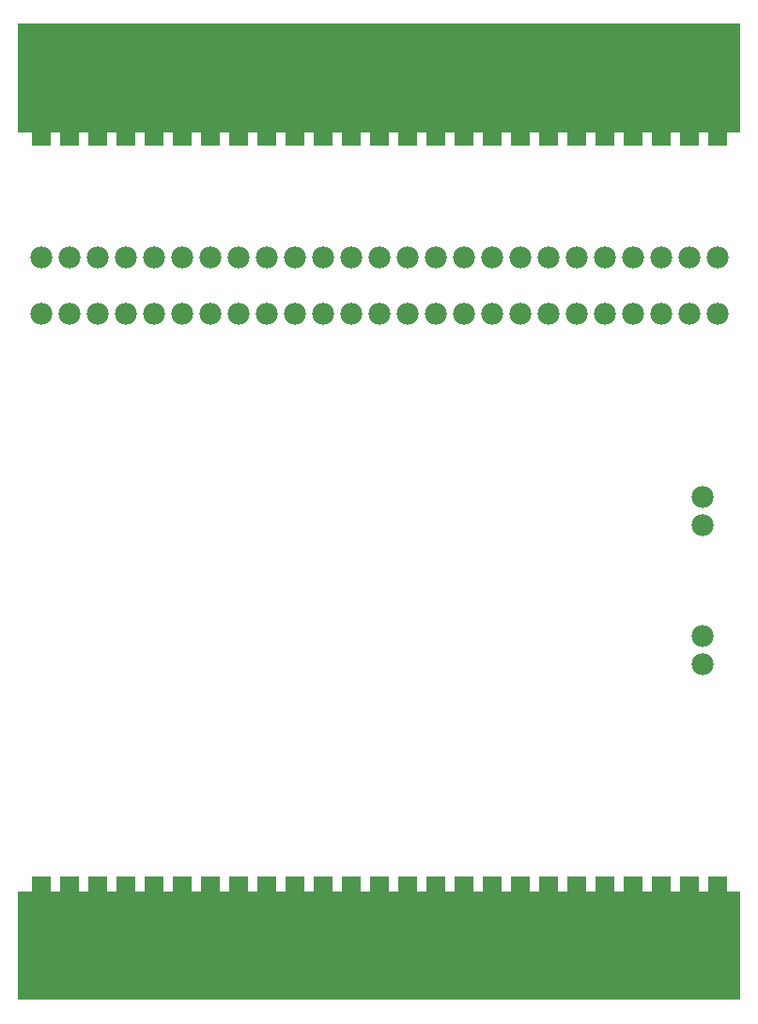
<source format=gbs>
G04 MADE WITH FRITZING*
G04 WWW.FRITZING.ORG*
G04 DOUBLE SIDED*
G04 HOLES PLATED*
G04 CONTOUR ON CENTER OF CONTOUR VECTOR*
%ASAXBY*%
%FSLAX23Y23*%
%MOIN*%
%OFA0B0*%
%SFA1.0B1.0*%
%ADD10C,0.077559*%
%ADD11R,0.065000X0.410000*%
%ADD12R,0.001000X0.001000*%
%LNMASK0*%
G90*
G70*
G54D10*
X2430Y1291D03*
X2430Y1191D03*
X2430Y1782D03*
X2430Y1682D03*
X2482Y2632D03*
X2382Y2632D03*
X2282Y2632D03*
X2182Y2632D03*
X2082Y2632D03*
X1982Y2632D03*
X1882Y2632D03*
X1782Y2632D03*
X1682Y2632D03*
X1582Y2632D03*
X1482Y2632D03*
X1382Y2632D03*
X1282Y2632D03*
X1182Y2632D03*
X1082Y2632D03*
X982Y2632D03*
X882Y2632D03*
X782Y2632D03*
X682Y2632D03*
X582Y2632D03*
X482Y2632D03*
X382Y2632D03*
X282Y2632D03*
X182Y2632D03*
X82Y2632D03*
X2482Y2632D03*
X2382Y2632D03*
X2282Y2632D03*
X2182Y2632D03*
X2082Y2632D03*
X1982Y2632D03*
X1882Y2632D03*
X1782Y2632D03*
X1682Y2632D03*
X1582Y2632D03*
X1482Y2632D03*
X1382Y2632D03*
X1282Y2632D03*
X1182Y2632D03*
X1082Y2632D03*
X982Y2632D03*
X882Y2632D03*
X782Y2632D03*
X682Y2632D03*
X582Y2632D03*
X482Y2632D03*
X382Y2632D03*
X282Y2632D03*
X182Y2632D03*
X82Y2632D03*
X2482Y2432D03*
X2382Y2432D03*
X2282Y2432D03*
X2182Y2432D03*
X2082Y2432D03*
X1982Y2432D03*
X1882Y2432D03*
X1782Y2432D03*
X1682Y2432D03*
X1582Y2432D03*
X1482Y2432D03*
X1382Y2432D03*
X1282Y2432D03*
X1182Y2432D03*
X1082Y2432D03*
X982Y2432D03*
X882Y2432D03*
X782Y2432D03*
X682Y2432D03*
X582Y2432D03*
X482Y2432D03*
X382Y2432D03*
X282Y2432D03*
X182Y2432D03*
X82Y2432D03*
X2482Y2432D03*
X2382Y2432D03*
X2282Y2432D03*
X2182Y2432D03*
X2082Y2432D03*
X1982Y2432D03*
X1882Y2432D03*
X1782Y2432D03*
X1682Y2432D03*
X1582Y2432D03*
X1482Y2432D03*
X1382Y2432D03*
X1282Y2432D03*
X1182Y2432D03*
X1082Y2432D03*
X982Y2432D03*
X882Y2432D03*
X782Y2432D03*
X682Y2432D03*
X582Y2432D03*
X482Y2432D03*
X382Y2432D03*
X282Y2432D03*
X182Y2432D03*
X82Y2432D03*
G54D11*
X2482Y232D03*
X2382Y232D03*
X2282Y232D03*
X2182Y232D03*
X2082Y232D03*
X1982Y232D03*
X1882Y232D03*
X1782Y232D03*
X1682Y232D03*
X1582Y232D03*
X1482Y232D03*
X1382Y232D03*
X1282Y232D03*
X1182Y232D03*
X1082Y232D03*
X982Y232D03*
X882Y232D03*
X782Y232D03*
X682Y232D03*
X582Y232D03*
X482Y232D03*
X382Y232D03*
X282Y232D03*
X182Y232D03*
X82Y232D03*
X2482Y3232D03*
X2382Y3232D03*
X2282Y3232D03*
X2182Y3232D03*
X2082Y3232D03*
X1982Y3232D03*
X1882Y3232D03*
X1782Y3232D03*
X1682Y3232D03*
X1582Y3232D03*
X1482Y3232D03*
X1382Y3232D03*
X1282Y3232D03*
X1182Y3232D03*
X1082Y3232D03*
X982Y3232D03*
X882Y3232D03*
X782Y3232D03*
X682Y3232D03*
X582Y3232D03*
X482Y3232D03*
X382Y3232D03*
X282Y3232D03*
X182Y3232D03*
X82Y3232D03*
G54D12*
X0Y3461D02*
X2562Y3461D01*
X0Y3460D02*
X2562Y3460D01*
X0Y3459D02*
X2562Y3459D01*
X0Y3458D02*
X2562Y3458D01*
X0Y3457D02*
X2562Y3457D01*
X0Y3456D02*
X2562Y3456D01*
X0Y3455D02*
X2562Y3455D01*
X0Y3454D02*
X2562Y3454D01*
X0Y3453D02*
X2562Y3453D01*
X0Y3452D02*
X2562Y3452D01*
X0Y3451D02*
X2562Y3451D01*
X0Y3450D02*
X2562Y3450D01*
X0Y3449D02*
X2562Y3449D01*
X0Y3448D02*
X2562Y3448D01*
X0Y3447D02*
X2562Y3447D01*
X0Y3446D02*
X2562Y3446D01*
X0Y3445D02*
X2562Y3445D01*
X0Y3444D02*
X2562Y3444D01*
X0Y3443D02*
X2562Y3443D01*
X0Y3442D02*
X2562Y3442D01*
X0Y3441D02*
X2562Y3441D01*
X0Y3440D02*
X2562Y3440D01*
X0Y3439D02*
X2562Y3439D01*
X0Y3438D02*
X2562Y3438D01*
X0Y3437D02*
X2562Y3437D01*
X0Y3436D02*
X2562Y3436D01*
X0Y3435D02*
X2562Y3435D01*
X0Y3434D02*
X2562Y3434D01*
X0Y3433D02*
X2562Y3433D01*
X0Y3432D02*
X2562Y3432D01*
X0Y3431D02*
X2562Y3431D01*
X0Y3430D02*
X2562Y3430D01*
X0Y3429D02*
X2562Y3429D01*
X0Y3428D02*
X2562Y3428D01*
X0Y3427D02*
X2562Y3427D01*
X0Y3426D02*
X2562Y3426D01*
X0Y3425D02*
X2562Y3425D01*
X0Y3424D02*
X2562Y3424D01*
X0Y3423D02*
X2562Y3423D01*
X0Y3422D02*
X2562Y3422D01*
X0Y3421D02*
X2562Y3421D01*
X0Y3420D02*
X2562Y3420D01*
X0Y3419D02*
X2562Y3419D01*
X0Y3418D02*
X2562Y3418D01*
X0Y3417D02*
X2562Y3417D01*
X0Y3416D02*
X2562Y3416D01*
X0Y3415D02*
X2562Y3415D01*
X0Y3414D02*
X2562Y3414D01*
X0Y3413D02*
X2562Y3413D01*
X0Y3412D02*
X2562Y3412D01*
X0Y3411D02*
X2562Y3411D01*
X0Y3410D02*
X2562Y3410D01*
X0Y3409D02*
X2562Y3409D01*
X0Y3408D02*
X2562Y3408D01*
X0Y3407D02*
X2562Y3407D01*
X0Y3406D02*
X2562Y3406D01*
X0Y3405D02*
X2562Y3405D01*
X0Y3404D02*
X2562Y3404D01*
X0Y3403D02*
X2562Y3403D01*
X0Y3402D02*
X2562Y3402D01*
X0Y3401D02*
X2562Y3401D01*
X0Y3400D02*
X2562Y3400D01*
X0Y3399D02*
X2562Y3399D01*
X0Y3398D02*
X2562Y3398D01*
X0Y3397D02*
X2562Y3397D01*
X0Y3396D02*
X2562Y3396D01*
X0Y3395D02*
X2562Y3395D01*
X0Y3394D02*
X2562Y3394D01*
X0Y3393D02*
X2562Y3393D01*
X0Y3392D02*
X2562Y3392D01*
X0Y3391D02*
X2562Y3391D01*
X0Y3390D02*
X2562Y3390D01*
X0Y3389D02*
X2562Y3389D01*
X0Y3388D02*
X2562Y3388D01*
X0Y3387D02*
X2562Y3387D01*
X0Y3386D02*
X2562Y3386D01*
X0Y3385D02*
X2562Y3385D01*
X0Y3384D02*
X2562Y3384D01*
X0Y3383D02*
X2562Y3383D01*
X0Y3382D02*
X2562Y3382D01*
X0Y3381D02*
X2562Y3381D01*
X0Y3380D02*
X2562Y3380D01*
X0Y3379D02*
X2562Y3379D01*
X0Y3378D02*
X2562Y3378D01*
X0Y3377D02*
X2562Y3377D01*
X0Y3376D02*
X2562Y3376D01*
X0Y3375D02*
X2562Y3375D01*
X0Y3374D02*
X2562Y3374D01*
X0Y3373D02*
X2562Y3373D01*
X0Y3372D02*
X2562Y3372D01*
X0Y3371D02*
X2562Y3371D01*
X0Y3370D02*
X2562Y3370D01*
X0Y3369D02*
X2562Y3369D01*
X0Y3368D02*
X2562Y3368D01*
X0Y3367D02*
X2562Y3367D01*
X0Y3366D02*
X2562Y3366D01*
X0Y3365D02*
X2562Y3365D01*
X0Y3364D02*
X2562Y3364D01*
X0Y3363D02*
X2562Y3363D01*
X0Y3362D02*
X2562Y3362D01*
X0Y3361D02*
X2562Y3361D01*
X0Y3360D02*
X2562Y3360D01*
X0Y3359D02*
X2562Y3359D01*
X0Y3358D02*
X2562Y3358D01*
X0Y3357D02*
X2562Y3357D01*
X0Y3356D02*
X2562Y3356D01*
X0Y3355D02*
X2562Y3355D01*
X0Y3354D02*
X2562Y3354D01*
X0Y3353D02*
X2562Y3353D01*
X0Y3352D02*
X2562Y3352D01*
X0Y3351D02*
X2562Y3351D01*
X0Y3350D02*
X2562Y3350D01*
X0Y3349D02*
X2562Y3349D01*
X0Y3348D02*
X2562Y3348D01*
X0Y3347D02*
X2562Y3347D01*
X0Y3346D02*
X2562Y3346D01*
X0Y3345D02*
X2562Y3345D01*
X0Y3344D02*
X2562Y3344D01*
X0Y3343D02*
X2562Y3343D01*
X0Y3342D02*
X2562Y3342D01*
X0Y3341D02*
X2562Y3341D01*
X0Y3340D02*
X2562Y3340D01*
X0Y3339D02*
X2562Y3339D01*
X0Y3338D02*
X2562Y3338D01*
X0Y3337D02*
X2562Y3337D01*
X0Y3336D02*
X2562Y3336D01*
X0Y3335D02*
X2562Y3335D01*
X0Y3334D02*
X2562Y3334D01*
X0Y3333D02*
X2562Y3333D01*
X0Y3332D02*
X2562Y3332D01*
X0Y3331D02*
X2562Y3331D01*
X0Y3330D02*
X2562Y3330D01*
X0Y3329D02*
X2562Y3329D01*
X0Y3328D02*
X2562Y3328D01*
X0Y3327D02*
X2562Y3327D01*
X0Y3326D02*
X2562Y3326D01*
X0Y3325D02*
X2562Y3325D01*
X0Y3324D02*
X2562Y3324D01*
X0Y3323D02*
X2562Y3323D01*
X0Y3322D02*
X2562Y3322D01*
X0Y3321D02*
X2562Y3321D01*
X0Y3320D02*
X2562Y3320D01*
X0Y3319D02*
X2562Y3319D01*
X0Y3318D02*
X2562Y3318D01*
X0Y3317D02*
X2562Y3317D01*
X0Y3316D02*
X2562Y3316D01*
X0Y3315D02*
X2562Y3315D01*
X0Y3314D02*
X2562Y3314D01*
X0Y3313D02*
X2562Y3313D01*
X0Y3312D02*
X2562Y3312D01*
X0Y3311D02*
X2562Y3311D01*
X0Y3310D02*
X2562Y3310D01*
X0Y3309D02*
X2562Y3309D01*
X0Y3308D02*
X2562Y3308D01*
X0Y3307D02*
X2562Y3307D01*
X0Y3306D02*
X2562Y3306D01*
X0Y3305D02*
X2562Y3305D01*
X0Y3304D02*
X2562Y3304D01*
X0Y3303D02*
X2562Y3303D01*
X0Y3302D02*
X2562Y3302D01*
X0Y3301D02*
X2562Y3301D01*
X0Y3300D02*
X2562Y3300D01*
X0Y3299D02*
X2562Y3299D01*
X0Y3298D02*
X2562Y3298D01*
X0Y3297D02*
X2562Y3297D01*
X0Y3296D02*
X2562Y3296D01*
X0Y3295D02*
X2562Y3295D01*
X0Y3294D02*
X2562Y3294D01*
X0Y3293D02*
X2562Y3293D01*
X0Y3292D02*
X2562Y3292D01*
X0Y3291D02*
X2562Y3291D01*
X0Y3290D02*
X2562Y3290D01*
X0Y3289D02*
X2562Y3289D01*
X0Y3288D02*
X2562Y3288D01*
X0Y3287D02*
X2562Y3287D01*
X0Y3286D02*
X2562Y3286D01*
X0Y3285D02*
X2562Y3285D01*
X0Y3284D02*
X2562Y3284D01*
X0Y3283D02*
X2562Y3283D01*
X0Y3282D02*
X2562Y3282D01*
X0Y3281D02*
X2562Y3281D01*
X0Y3280D02*
X2562Y3280D01*
X0Y3279D02*
X2562Y3279D01*
X0Y3278D02*
X2562Y3278D01*
X0Y3277D02*
X2562Y3277D01*
X0Y3276D02*
X2562Y3276D01*
X0Y3275D02*
X2562Y3275D01*
X0Y3274D02*
X2562Y3274D01*
X0Y3273D02*
X2562Y3273D01*
X0Y3272D02*
X2562Y3272D01*
X0Y3271D02*
X2562Y3271D01*
X0Y3270D02*
X2562Y3270D01*
X0Y3269D02*
X2562Y3269D01*
X0Y3268D02*
X2562Y3268D01*
X0Y3267D02*
X2562Y3267D01*
X0Y3266D02*
X2562Y3266D01*
X0Y3265D02*
X2562Y3265D01*
X0Y3264D02*
X2562Y3264D01*
X0Y3263D02*
X2562Y3263D01*
X0Y3262D02*
X2562Y3262D01*
X0Y3261D02*
X2562Y3261D01*
X0Y3260D02*
X2562Y3260D01*
X0Y3259D02*
X2562Y3259D01*
X0Y3258D02*
X2562Y3258D01*
X0Y3257D02*
X2562Y3257D01*
X0Y3256D02*
X2562Y3256D01*
X0Y3255D02*
X2562Y3255D01*
X0Y3254D02*
X2562Y3254D01*
X0Y3253D02*
X2562Y3253D01*
X0Y3252D02*
X2562Y3252D01*
X0Y3251D02*
X2562Y3251D01*
X0Y3250D02*
X2562Y3250D01*
X0Y3249D02*
X2562Y3249D01*
X0Y3248D02*
X2562Y3248D01*
X0Y3247D02*
X2562Y3247D01*
X0Y3246D02*
X2562Y3246D01*
X0Y3245D02*
X2562Y3245D01*
X0Y3244D02*
X2562Y3244D01*
X0Y3243D02*
X2562Y3243D01*
X0Y3242D02*
X2562Y3242D01*
X0Y3241D02*
X2562Y3241D01*
X0Y3240D02*
X2562Y3240D01*
X0Y3239D02*
X2562Y3239D01*
X0Y3238D02*
X2562Y3238D01*
X0Y3237D02*
X2562Y3237D01*
X0Y3236D02*
X2562Y3236D01*
X0Y3235D02*
X2562Y3235D01*
X0Y3234D02*
X2562Y3234D01*
X0Y3233D02*
X2562Y3233D01*
X0Y3232D02*
X2562Y3232D01*
X0Y3231D02*
X2562Y3231D01*
X0Y3230D02*
X2562Y3230D01*
X0Y3229D02*
X2562Y3229D01*
X0Y3228D02*
X2562Y3228D01*
X0Y3227D02*
X2562Y3227D01*
X0Y3226D02*
X2562Y3226D01*
X0Y3225D02*
X2562Y3225D01*
X0Y3224D02*
X2562Y3224D01*
X0Y3223D02*
X2562Y3223D01*
X0Y3222D02*
X2562Y3222D01*
X0Y3221D02*
X2562Y3221D01*
X0Y3220D02*
X2562Y3220D01*
X0Y3219D02*
X2562Y3219D01*
X0Y3218D02*
X2562Y3218D01*
X0Y3217D02*
X2562Y3217D01*
X0Y3216D02*
X2562Y3216D01*
X0Y3215D02*
X2562Y3215D01*
X0Y3214D02*
X2562Y3214D01*
X0Y3213D02*
X2562Y3213D01*
X0Y3212D02*
X2562Y3212D01*
X0Y3211D02*
X2562Y3211D01*
X0Y3210D02*
X2562Y3210D01*
X0Y3209D02*
X2562Y3209D01*
X0Y3208D02*
X2562Y3208D01*
X0Y3207D02*
X2562Y3207D01*
X0Y3206D02*
X2562Y3206D01*
X0Y3205D02*
X2562Y3205D01*
X0Y3204D02*
X2562Y3204D01*
X0Y3203D02*
X2562Y3203D01*
X0Y3202D02*
X2562Y3202D01*
X0Y3201D02*
X2562Y3201D01*
X0Y3200D02*
X2562Y3200D01*
X0Y3199D02*
X2562Y3199D01*
X0Y3198D02*
X2562Y3198D01*
X0Y3197D02*
X2562Y3197D01*
X0Y3196D02*
X2562Y3196D01*
X0Y3195D02*
X2562Y3195D01*
X0Y3194D02*
X2562Y3194D01*
X0Y3193D02*
X2562Y3193D01*
X0Y3192D02*
X2562Y3192D01*
X0Y3191D02*
X2562Y3191D01*
X0Y3190D02*
X2562Y3190D01*
X0Y3189D02*
X2562Y3189D01*
X0Y3188D02*
X2562Y3188D01*
X0Y3187D02*
X2562Y3187D01*
X0Y3186D02*
X2562Y3186D01*
X0Y3185D02*
X2562Y3185D01*
X0Y3184D02*
X2562Y3184D01*
X0Y3183D02*
X2562Y3183D01*
X0Y3182D02*
X2562Y3182D01*
X0Y3181D02*
X2562Y3181D01*
X0Y3180D02*
X2562Y3180D01*
X0Y3179D02*
X2562Y3179D01*
X0Y3178D02*
X2562Y3178D01*
X0Y3177D02*
X2562Y3177D01*
X0Y3176D02*
X2562Y3176D01*
X0Y3175D02*
X2562Y3175D01*
X0Y3174D02*
X2562Y3174D01*
X0Y3173D02*
X2562Y3173D01*
X0Y3172D02*
X2562Y3172D01*
X0Y3171D02*
X2562Y3171D01*
X0Y3170D02*
X2562Y3170D01*
X0Y3169D02*
X2562Y3169D01*
X0Y3168D02*
X2562Y3168D01*
X0Y3167D02*
X2562Y3167D01*
X0Y3166D02*
X2562Y3166D01*
X0Y3165D02*
X2562Y3165D01*
X0Y3164D02*
X2562Y3164D01*
X0Y3163D02*
X2562Y3163D01*
X0Y3162D02*
X2562Y3162D01*
X0Y3161D02*
X2562Y3161D01*
X0Y3160D02*
X2562Y3160D01*
X0Y3159D02*
X2562Y3159D01*
X0Y3158D02*
X2562Y3158D01*
X0Y3157D02*
X2562Y3157D01*
X0Y3156D02*
X2562Y3156D01*
X0Y3155D02*
X2562Y3155D01*
X0Y3154D02*
X2562Y3154D01*
X0Y3153D02*
X2562Y3153D01*
X0Y3152D02*
X2562Y3152D01*
X0Y3151D02*
X2562Y3151D01*
X0Y3150D02*
X2562Y3150D01*
X0Y3149D02*
X2562Y3149D01*
X0Y3148D02*
X2562Y3148D01*
X0Y3147D02*
X2562Y3147D01*
X0Y3146D02*
X2562Y3146D01*
X0Y3145D02*
X2562Y3145D01*
X0Y3144D02*
X2562Y3144D01*
X0Y3143D02*
X2562Y3143D01*
X0Y3142D02*
X2562Y3142D01*
X0Y3141D02*
X2562Y3141D01*
X0Y3140D02*
X2562Y3140D01*
X0Y3139D02*
X2562Y3139D01*
X0Y3138D02*
X2562Y3138D01*
X0Y3137D02*
X2562Y3137D01*
X0Y3136D02*
X2562Y3136D01*
X0Y3135D02*
X2562Y3135D01*
X0Y3134D02*
X2562Y3134D01*
X0Y3133D02*
X2562Y3133D01*
X0Y3132D02*
X2562Y3132D01*
X0Y3131D02*
X2562Y3131D01*
X0Y3130D02*
X2562Y3130D01*
X0Y3129D02*
X2562Y3129D01*
X0Y3128D02*
X2562Y3128D01*
X0Y3127D02*
X2562Y3127D01*
X0Y3126D02*
X2562Y3126D01*
X0Y3125D02*
X2562Y3125D01*
X0Y3124D02*
X2562Y3124D01*
X0Y3123D02*
X2562Y3123D01*
X0Y3122D02*
X2562Y3122D01*
X0Y3121D02*
X2562Y3121D01*
X0Y3120D02*
X2562Y3120D01*
X0Y3119D02*
X2562Y3119D01*
X0Y3118D02*
X2562Y3118D01*
X0Y3117D02*
X2562Y3117D01*
X0Y3116D02*
X2562Y3116D01*
X0Y3115D02*
X2562Y3115D01*
X0Y3114D02*
X2562Y3114D01*
X0Y3113D02*
X2562Y3113D01*
X0Y3112D02*
X2562Y3112D01*
X0Y3111D02*
X2562Y3111D01*
X0Y3110D02*
X2562Y3110D01*
X0Y3109D02*
X2562Y3109D01*
X0Y3108D02*
X2562Y3108D01*
X0Y3107D02*
X2562Y3107D01*
X0Y3106D02*
X2562Y3106D01*
X0Y3105D02*
X2562Y3105D01*
X0Y3104D02*
X2562Y3104D01*
X0Y3103D02*
X2562Y3103D01*
X0Y3102D02*
X2562Y3102D01*
X0Y3101D02*
X2562Y3101D01*
X0Y3100D02*
X2562Y3100D01*
X0Y3099D02*
X2562Y3099D01*
X0Y3098D02*
X2562Y3098D01*
X0Y3097D02*
X2562Y3097D01*
X0Y3096D02*
X2562Y3096D01*
X0Y3095D02*
X2562Y3095D01*
X0Y3094D02*
X2562Y3094D01*
X0Y3093D02*
X2562Y3093D01*
X0Y3092D02*
X2562Y3092D01*
X0Y3091D02*
X2562Y3091D01*
X0Y3090D02*
X2562Y3090D01*
X0Y3089D02*
X2562Y3089D01*
X0Y3088D02*
X2562Y3088D01*
X0Y3087D02*
X2562Y3087D01*
X0Y3086D02*
X2562Y3086D01*
X0Y3085D02*
X2562Y3085D01*
X0Y3084D02*
X2562Y3084D01*
X0Y3083D02*
X2562Y3083D01*
X0Y3082D02*
X2562Y3082D01*
X0Y3081D02*
X2562Y3081D01*
X0Y3080D02*
X2562Y3080D01*
X0Y3079D02*
X2562Y3079D01*
X0Y3078D02*
X2562Y3078D01*
X0Y382D02*
X2561Y382D01*
X0Y381D02*
X2561Y381D01*
X0Y380D02*
X2561Y380D01*
X0Y379D02*
X2561Y379D01*
X0Y378D02*
X2561Y378D01*
X0Y377D02*
X2561Y377D01*
X0Y376D02*
X2561Y376D01*
X0Y375D02*
X2561Y375D01*
X0Y374D02*
X2561Y374D01*
X0Y373D02*
X2561Y373D01*
X0Y372D02*
X2561Y372D01*
X0Y371D02*
X2561Y371D01*
X0Y370D02*
X2561Y370D01*
X0Y369D02*
X2561Y369D01*
X0Y368D02*
X2561Y368D01*
X0Y367D02*
X2561Y367D01*
X0Y366D02*
X2561Y366D01*
X0Y365D02*
X2561Y365D01*
X0Y364D02*
X2561Y364D01*
X0Y363D02*
X2561Y363D01*
X0Y362D02*
X2561Y362D01*
X0Y361D02*
X2561Y361D01*
X0Y360D02*
X2561Y360D01*
X0Y359D02*
X2561Y359D01*
X0Y358D02*
X2561Y358D01*
X0Y357D02*
X2561Y357D01*
X0Y356D02*
X2561Y356D01*
X0Y355D02*
X2561Y355D01*
X0Y354D02*
X2561Y354D01*
X0Y353D02*
X2561Y353D01*
X0Y352D02*
X2561Y352D01*
X0Y351D02*
X2561Y351D01*
X0Y350D02*
X2561Y350D01*
X0Y349D02*
X2561Y349D01*
X0Y348D02*
X2561Y348D01*
X0Y347D02*
X2561Y347D01*
X0Y346D02*
X2561Y346D01*
X0Y345D02*
X2561Y345D01*
X0Y344D02*
X2561Y344D01*
X0Y343D02*
X2561Y343D01*
X0Y342D02*
X2561Y342D01*
X0Y341D02*
X2561Y341D01*
X0Y340D02*
X2561Y340D01*
X0Y339D02*
X2561Y339D01*
X0Y338D02*
X2561Y338D01*
X0Y337D02*
X2561Y337D01*
X0Y336D02*
X2561Y336D01*
X0Y335D02*
X2561Y335D01*
X0Y334D02*
X2561Y334D01*
X0Y333D02*
X2561Y333D01*
X0Y332D02*
X2561Y332D01*
X0Y331D02*
X2561Y331D01*
X0Y330D02*
X2561Y330D01*
X0Y329D02*
X2561Y329D01*
X0Y328D02*
X2561Y328D01*
X0Y327D02*
X2561Y327D01*
X0Y326D02*
X2561Y326D01*
X0Y325D02*
X2561Y325D01*
X0Y324D02*
X2561Y324D01*
X0Y323D02*
X2561Y323D01*
X0Y322D02*
X2561Y322D01*
X0Y321D02*
X2561Y321D01*
X0Y320D02*
X2561Y320D01*
X0Y319D02*
X2561Y319D01*
X0Y318D02*
X2561Y318D01*
X0Y317D02*
X2561Y317D01*
X0Y316D02*
X2561Y316D01*
X0Y315D02*
X2561Y315D01*
X0Y314D02*
X2561Y314D01*
X0Y313D02*
X2561Y313D01*
X0Y312D02*
X2561Y312D01*
X0Y311D02*
X2561Y311D01*
X0Y310D02*
X2561Y310D01*
X0Y309D02*
X2561Y309D01*
X0Y308D02*
X2561Y308D01*
X0Y307D02*
X2561Y307D01*
X0Y306D02*
X2561Y306D01*
X0Y305D02*
X2561Y305D01*
X0Y304D02*
X2561Y304D01*
X0Y303D02*
X2561Y303D01*
X0Y302D02*
X2561Y302D01*
X0Y301D02*
X2561Y301D01*
X0Y300D02*
X2561Y300D01*
X0Y299D02*
X2561Y299D01*
X0Y298D02*
X2561Y298D01*
X0Y297D02*
X2561Y297D01*
X0Y296D02*
X2561Y296D01*
X0Y295D02*
X2561Y295D01*
X0Y294D02*
X2561Y294D01*
X0Y293D02*
X2561Y293D01*
X0Y292D02*
X2561Y292D01*
X0Y291D02*
X2561Y291D01*
X0Y290D02*
X2561Y290D01*
X0Y289D02*
X2561Y289D01*
X0Y288D02*
X2561Y288D01*
X0Y287D02*
X2561Y287D01*
X0Y286D02*
X2561Y286D01*
X0Y285D02*
X2561Y285D01*
X0Y284D02*
X2561Y284D01*
X0Y283D02*
X2561Y283D01*
X0Y282D02*
X2561Y282D01*
X0Y281D02*
X2561Y281D01*
X0Y280D02*
X2561Y280D01*
X0Y279D02*
X2561Y279D01*
X0Y278D02*
X2561Y278D01*
X0Y277D02*
X2561Y277D01*
X0Y276D02*
X2561Y276D01*
X0Y275D02*
X2561Y275D01*
X0Y274D02*
X2561Y274D01*
X0Y273D02*
X2561Y273D01*
X0Y272D02*
X2561Y272D01*
X0Y271D02*
X2561Y271D01*
X0Y270D02*
X2561Y270D01*
X0Y269D02*
X2561Y269D01*
X0Y268D02*
X2561Y268D01*
X0Y267D02*
X2561Y267D01*
X0Y266D02*
X2561Y266D01*
X0Y265D02*
X2561Y265D01*
X0Y264D02*
X2561Y264D01*
X0Y263D02*
X2561Y263D01*
X0Y262D02*
X2561Y262D01*
X0Y261D02*
X2561Y261D01*
X0Y260D02*
X2561Y260D01*
X0Y259D02*
X2561Y259D01*
X0Y258D02*
X2561Y258D01*
X0Y257D02*
X2561Y257D01*
X0Y256D02*
X2561Y256D01*
X0Y255D02*
X2561Y255D01*
X0Y254D02*
X2561Y254D01*
X0Y253D02*
X2561Y253D01*
X0Y252D02*
X2561Y252D01*
X0Y251D02*
X2561Y251D01*
X0Y250D02*
X2561Y250D01*
X0Y249D02*
X2561Y249D01*
X0Y248D02*
X2561Y248D01*
X0Y247D02*
X2561Y247D01*
X0Y246D02*
X2561Y246D01*
X0Y245D02*
X2561Y245D01*
X0Y244D02*
X2561Y244D01*
X0Y243D02*
X2561Y243D01*
X0Y242D02*
X2561Y242D01*
X0Y241D02*
X2561Y241D01*
X0Y240D02*
X2561Y240D01*
X0Y239D02*
X2561Y239D01*
X0Y238D02*
X2561Y238D01*
X0Y237D02*
X2561Y237D01*
X0Y236D02*
X2561Y236D01*
X0Y235D02*
X2561Y235D01*
X0Y234D02*
X2561Y234D01*
X0Y233D02*
X2561Y233D01*
X0Y232D02*
X2561Y232D01*
X0Y231D02*
X2561Y231D01*
X0Y230D02*
X2561Y230D01*
X0Y229D02*
X2561Y229D01*
X0Y228D02*
X2561Y228D01*
X0Y227D02*
X2561Y227D01*
X0Y226D02*
X2561Y226D01*
X0Y225D02*
X2561Y225D01*
X0Y224D02*
X2561Y224D01*
X0Y223D02*
X2561Y223D01*
X0Y222D02*
X2561Y222D01*
X0Y221D02*
X2561Y221D01*
X0Y220D02*
X2561Y220D01*
X0Y219D02*
X2561Y219D01*
X0Y218D02*
X2561Y218D01*
X0Y217D02*
X2561Y217D01*
X0Y216D02*
X2561Y216D01*
X0Y215D02*
X2561Y215D01*
X0Y214D02*
X2561Y214D01*
X0Y213D02*
X2561Y213D01*
X0Y212D02*
X2561Y212D01*
X0Y211D02*
X2561Y211D01*
X0Y210D02*
X2561Y210D01*
X0Y209D02*
X2561Y209D01*
X0Y208D02*
X2561Y208D01*
X0Y207D02*
X2561Y207D01*
X0Y206D02*
X2561Y206D01*
X0Y205D02*
X2561Y205D01*
X0Y204D02*
X2561Y204D01*
X0Y203D02*
X2561Y203D01*
X0Y202D02*
X2561Y202D01*
X0Y201D02*
X2561Y201D01*
X0Y200D02*
X2561Y200D01*
X0Y199D02*
X2561Y199D01*
X0Y198D02*
X2561Y198D01*
X0Y197D02*
X2561Y197D01*
X0Y196D02*
X2561Y196D01*
X0Y195D02*
X2561Y195D01*
X0Y194D02*
X2561Y194D01*
X0Y193D02*
X2561Y193D01*
X0Y192D02*
X2561Y192D01*
X0Y191D02*
X2561Y191D01*
X0Y190D02*
X2561Y190D01*
X0Y189D02*
X2561Y189D01*
X0Y188D02*
X2561Y188D01*
X0Y187D02*
X2561Y187D01*
X0Y186D02*
X2561Y186D01*
X0Y185D02*
X2561Y185D01*
X0Y184D02*
X2561Y184D01*
X0Y183D02*
X2561Y183D01*
X0Y182D02*
X2561Y182D01*
X0Y181D02*
X2561Y181D01*
X0Y180D02*
X2561Y180D01*
X0Y179D02*
X2561Y179D01*
X0Y178D02*
X2561Y178D01*
X0Y177D02*
X2561Y177D01*
X0Y176D02*
X2561Y176D01*
X0Y175D02*
X2561Y175D01*
X0Y174D02*
X2561Y174D01*
X0Y173D02*
X2561Y173D01*
X0Y172D02*
X2561Y172D01*
X0Y171D02*
X2561Y171D01*
X0Y170D02*
X2561Y170D01*
X0Y169D02*
X2561Y169D01*
X0Y168D02*
X2561Y168D01*
X0Y167D02*
X2561Y167D01*
X0Y166D02*
X2561Y166D01*
X0Y165D02*
X2561Y165D01*
X0Y164D02*
X2561Y164D01*
X0Y163D02*
X2561Y163D01*
X0Y162D02*
X2561Y162D01*
X0Y161D02*
X2561Y161D01*
X0Y160D02*
X2561Y160D01*
X0Y159D02*
X2561Y159D01*
X0Y158D02*
X2561Y158D01*
X0Y157D02*
X2561Y157D01*
X0Y156D02*
X2561Y156D01*
X0Y155D02*
X2561Y155D01*
X0Y154D02*
X2561Y154D01*
X0Y153D02*
X2561Y153D01*
X0Y152D02*
X2561Y152D01*
X0Y151D02*
X2561Y151D01*
X0Y150D02*
X2561Y150D01*
X0Y149D02*
X2561Y149D01*
X0Y148D02*
X2561Y148D01*
X0Y147D02*
X2561Y147D01*
X0Y146D02*
X2561Y146D01*
X0Y145D02*
X2561Y145D01*
X0Y144D02*
X2561Y144D01*
X0Y143D02*
X2561Y143D01*
X0Y142D02*
X2561Y142D01*
X0Y141D02*
X2561Y141D01*
X0Y140D02*
X2561Y140D01*
X0Y139D02*
X2561Y139D01*
X0Y138D02*
X2561Y138D01*
X0Y137D02*
X2561Y137D01*
X0Y136D02*
X2561Y136D01*
X0Y135D02*
X2561Y135D01*
X0Y134D02*
X2561Y134D01*
X0Y133D02*
X2561Y133D01*
X0Y132D02*
X2561Y132D01*
X0Y131D02*
X2561Y131D01*
X0Y130D02*
X2561Y130D01*
X0Y129D02*
X2561Y129D01*
X0Y128D02*
X2561Y128D01*
X0Y127D02*
X2561Y127D01*
X0Y126D02*
X2561Y126D01*
X0Y125D02*
X2561Y125D01*
X0Y124D02*
X2561Y124D01*
X0Y123D02*
X2561Y123D01*
X0Y122D02*
X2561Y122D01*
X0Y121D02*
X2561Y121D01*
X0Y120D02*
X2561Y120D01*
X0Y119D02*
X2561Y119D01*
X0Y118D02*
X2561Y118D01*
X0Y117D02*
X2561Y117D01*
X0Y116D02*
X2561Y116D01*
X0Y115D02*
X2561Y115D01*
X0Y114D02*
X2561Y114D01*
X0Y113D02*
X2561Y113D01*
X0Y112D02*
X2561Y112D01*
X0Y111D02*
X2561Y111D01*
X0Y110D02*
X2561Y110D01*
X0Y109D02*
X2561Y109D01*
X0Y108D02*
X2561Y108D01*
X0Y107D02*
X2561Y107D01*
X0Y106D02*
X2561Y106D01*
X0Y105D02*
X2561Y105D01*
X0Y104D02*
X2561Y104D01*
X0Y103D02*
X2561Y103D01*
X0Y102D02*
X2561Y102D01*
X0Y101D02*
X2561Y101D01*
X0Y100D02*
X2561Y100D01*
X0Y99D02*
X2561Y99D01*
X0Y98D02*
X2561Y98D01*
X0Y97D02*
X2561Y97D01*
X0Y96D02*
X2561Y96D01*
X0Y95D02*
X2561Y95D01*
X0Y94D02*
X2561Y94D01*
X0Y93D02*
X2561Y93D01*
X0Y92D02*
X2561Y92D01*
X0Y91D02*
X2561Y91D01*
X0Y90D02*
X2561Y90D01*
X0Y89D02*
X2561Y89D01*
X0Y88D02*
X2561Y88D01*
X0Y87D02*
X2561Y87D01*
X0Y86D02*
X2561Y86D01*
X0Y85D02*
X2561Y85D01*
X0Y84D02*
X2561Y84D01*
X0Y83D02*
X2561Y83D01*
X0Y82D02*
X2561Y82D01*
X0Y81D02*
X2561Y81D01*
X0Y80D02*
X2561Y80D01*
X0Y79D02*
X2561Y79D01*
X0Y78D02*
X2561Y78D01*
X0Y77D02*
X2561Y77D01*
X0Y76D02*
X2561Y76D01*
X0Y75D02*
X2561Y75D01*
X0Y74D02*
X2561Y74D01*
X0Y73D02*
X2561Y73D01*
X0Y72D02*
X2561Y72D01*
X0Y71D02*
X2561Y71D01*
X0Y70D02*
X2561Y70D01*
X0Y69D02*
X2561Y69D01*
X0Y68D02*
X2561Y68D01*
X0Y67D02*
X2561Y67D01*
X0Y66D02*
X2561Y66D01*
X0Y65D02*
X2561Y65D01*
X0Y64D02*
X2561Y64D01*
X0Y63D02*
X2561Y63D01*
X0Y62D02*
X2561Y62D01*
X0Y61D02*
X2561Y61D01*
X0Y60D02*
X2561Y60D01*
X0Y59D02*
X2561Y59D01*
X0Y58D02*
X2561Y58D01*
X0Y57D02*
X2561Y57D01*
X0Y56D02*
X2561Y56D01*
X0Y55D02*
X2561Y55D01*
X0Y54D02*
X2561Y54D01*
X0Y53D02*
X2561Y53D01*
X0Y52D02*
X2561Y52D01*
X0Y51D02*
X2561Y51D01*
X0Y50D02*
X2561Y50D01*
X0Y49D02*
X2561Y49D01*
X0Y48D02*
X2561Y48D01*
X0Y47D02*
X2561Y47D01*
X0Y46D02*
X2561Y46D01*
X0Y45D02*
X2561Y45D01*
X0Y44D02*
X2561Y44D01*
X0Y43D02*
X2561Y43D01*
X0Y42D02*
X2561Y42D01*
X0Y41D02*
X2561Y41D01*
X0Y40D02*
X2561Y40D01*
X0Y39D02*
X2561Y39D01*
X0Y38D02*
X2561Y38D01*
X0Y37D02*
X2561Y37D01*
X0Y36D02*
X2561Y36D01*
X0Y35D02*
X2561Y35D01*
X0Y34D02*
X2561Y34D01*
X0Y33D02*
X2561Y33D01*
X0Y32D02*
X2561Y32D01*
X0Y31D02*
X2561Y31D01*
X0Y30D02*
X2561Y30D01*
X0Y29D02*
X2561Y29D01*
X0Y28D02*
X2561Y28D01*
X0Y27D02*
X2561Y27D01*
X0Y26D02*
X2561Y26D01*
X0Y25D02*
X2561Y25D01*
X0Y24D02*
X2561Y24D01*
X0Y23D02*
X2561Y23D01*
X0Y22D02*
X2561Y22D01*
X0Y21D02*
X2561Y21D01*
X0Y20D02*
X2561Y20D01*
X0Y19D02*
X2561Y19D01*
X0Y18D02*
X2561Y18D01*
X0Y17D02*
X2561Y17D01*
X0Y16D02*
X2561Y16D01*
X0Y15D02*
X2561Y15D01*
X0Y14D02*
X2561Y14D01*
X0Y13D02*
X2561Y13D01*
X0Y12D02*
X2561Y12D01*
X0Y11D02*
X2561Y11D01*
X0Y10D02*
X2561Y10D01*
X0Y9D02*
X2561Y9D01*
X0Y8D02*
X2561Y8D01*
X0Y7D02*
X2561Y7D01*
X0Y6D02*
X2561Y6D01*
X0Y5D02*
X2561Y5D01*
X0Y4D02*
X2561Y4D01*
X0Y3D02*
X2561Y3D01*
X0Y2D02*
X2561Y2D01*
X0Y1D02*
X2561Y1D01*
X0Y0D02*
X2561Y0D01*
D02*
G04 End of Mask0*
M02*
</source>
